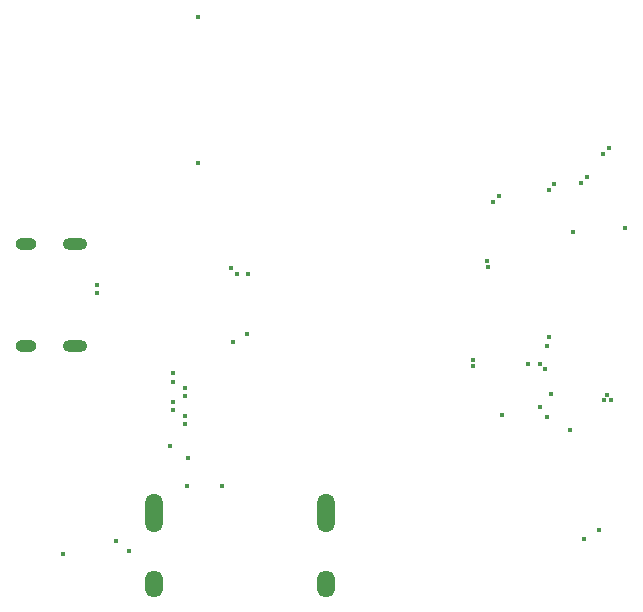
<source format=gbr>
%TF.GenerationSoftware,KiCad,Pcbnew,8.0.7*%
%TF.CreationDate,2024-12-14T14:48:29+01:00*%
%TF.ProjectId,CM5_CB,434d355f-4342-42e6-9b69-6361645f7063,rev?*%
%TF.SameCoordinates,Original*%
%TF.FileFunction,Copper,L2,Inr*%
%TF.FilePolarity,Positive*%
%FSLAX46Y46*%
G04 Gerber Fmt 4.6, Leading zero omitted, Abs format (unit mm)*
G04 Created by KiCad (PCBNEW 8.0.7) date 2024-12-14 14:48:29*
%MOMM*%
%LPD*%
G01*
G04 APERTURE LIST*
%TA.AperFunction,ComponentPad*%
%ADD10O,2.100000X1.000000*%
%TD*%
%TA.AperFunction,ComponentPad*%
%ADD11O,1.800000X1.000000*%
%TD*%
%TA.AperFunction,ComponentPad*%
%ADD12O,1.500000X2.300000*%
%TD*%
%TA.AperFunction,ComponentPad*%
%ADD13O,1.500000X3.300000*%
%TD*%
%TA.AperFunction,ViaPad*%
%ADD14C,0.450000*%
%TD*%
G04 APERTURE END LIST*
D10*
%TO.N,GND*%
%TO.C,J101*%
X85155000Y-48780000D03*
D11*
X80975000Y-48780000D03*
D10*
X85155000Y-57420000D03*
D11*
X80975000Y-57420000D03*
%TD*%
D12*
%TO.N,GND*%
%TO.C,J501*%
X106350000Y-77560000D03*
X91850000Y-77560000D03*
D13*
X91850000Y-71600000D03*
X106350000Y-71600000D03*
%TD*%
D14*
%TO.N,+3V3*%
X95517500Y-41967500D03*
X95500000Y-29550000D03*
X120100000Y-50700000D03*
X120050000Y-50200000D03*
X118800000Y-59150000D03*
X118800000Y-58650000D03*
%TO.N,/CM5/GPIO2*%
X125100000Y-57400000D03*
%TO.N,/CM5/GPIO3*%
X125250000Y-56650000D03*
%TO.N,+5V*%
X124950000Y-59400000D03*
X123450000Y-58950000D03*
X99800000Y-51350000D03*
X98350000Y-50850000D03*
X124500000Y-58950000D03*
X130150000Y-61600000D03*
X129950000Y-62000000D03*
X98850000Y-51350000D03*
%TO.N,/CM5/ETH_nLED_ACTIVITY*%
X127300000Y-47800000D03*
%TO.N,/CM5/nLED_SPEED_100_1000*%
X131700000Y-47400000D03*
%TO.N,+3V3*%
X125100000Y-63400000D03*
X128200000Y-73800000D03*
X84100000Y-75000000D03*
%TO.N,+5V*%
X130520000Y-62000000D03*
%TO.N,/CM5/GLOBAL_EN*%
X129500000Y-73000000D03*
%TO.N,/CM5/PWR_BUT*%
X127000000Y-64500000D03*
%TO.N,+1V8*%
X121300000Y-63250000D03*
%TO.N,+3V3*%
X124500000Y-62600000D03*
%TO.N,/CM5/GPIO_VREF*%
X125400000Y-61500000D03*
%TO.N,/CM5/SDA0*%
X88600000Y-73900000D03*
%TO.N,/CM5/SCL0*%
X89700000Y-74800000D03*
%TO.N,/CC1*%
X99700000Y-56400000D03*
%TO.N,/USB_C.D_P*%
X87023800Y-52951500D03*
%TO.N,/USB_C.D_N*%
X87023800Y-52248500D03*
%TO.N,/CC2*%
X98500000Y-57050000D03*
%TO.N,/CM5/HDMI_PI.HDMI0_HOTPLUG*%
X94600000Y-69300000D03*
%TO.N,/CM5/HDMI_PI.HDMI0_SDA*%
X94700000Y-66900000D03*
%TO.N,/CM5/HDMI_PI.HDMI0_SCL*%
X93150000Y-65900000D03*
%TO.N,/CM5/HDMI_PI.HDMI0_CEC*%
X97610000Y-69300000D03*
%TO.N,/CM5/HDMI_PI.HDMI0_CK_P*%
X94460000Y-63358500D03*
%TO.N,/CM5/HDMI_PI.HDMI0_CK_N*%
X94460000Y-64061500D03*
%TO.N,/CM5/HDMI_PI.HDMI0_D0_N*%
X93387971Y-62851500D03*
%TO.N,/CM5/HDMI_PI.HDMI0_D0_P*%
X93387971Y-62148500D03*
%TO.N,/CM5/HDMI_PI.HDMI0_D1_N*%
X94467604Y-61641500D03*
%TO.N,/CM5/HDMI_PI.HDMI0_D1_P*%
X94467604Y-60938500D03*
%TO.N,/CM5/HDMI_PI.HDMI0_D2_P*%
X93462679Y-59748500D03*
%TO.N,/CM5/HDMI_PI.HDMI0_D2_N*%
X93462679Y-60451500D03*
%TO.N,/CM5/ETH_PI.TRD1_N*%
X125716766Y-43721790D03*
%TO.N,/CM5/ETH_PI.TRD1_P*%
X125221790Y-44216766D03*
%TO.N,/CM5/ETH_PI.TRD2_N*%
X128497488Y-43102512D03*
%TO.N,/CM5/ETH_PI.TRD2_P*%
X128002512Y-43597488D03*
%TO.N,/CM5/ETH_PI.TRD3_P*%
X129852512Y-41147488D03*
%TO.N,/CM5/ETH_PI.TRD3_N*%
X130347488Y-40652512D03*
%TO.N,/CM5/ETH_PI.TRD0_P*%
X120515626Y-45210602D03*
%TO.N,/CM5/ETH_PI.TRD0_N*%
X121010602Y-44715626D03*
%TD*%
M02*

</source>
